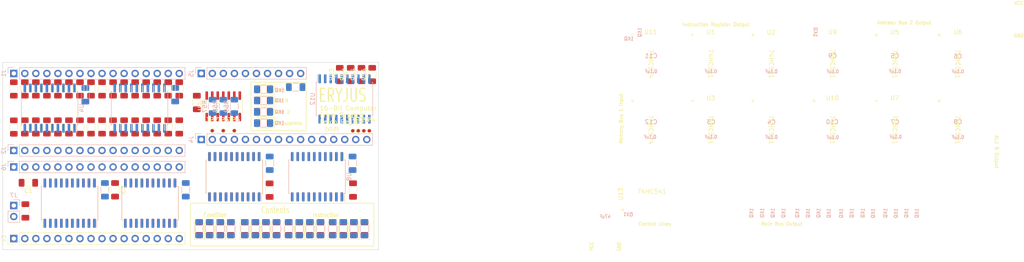
<source format=kicad_pcb>
(kicad_pcb (version 20221018) (generator pcbnew)
  (layers (0 "F.Cu" signal) (1 "In1.Cu" power "In1.Cu.GND") (2 "In2.Cu" power "In2.Cu.VCC") (31 "B.Cu" signal) (34 "B.Paste" user) (35 "F.Paste" user) (36 "B.SilkS" user "B.Silkscreen") (37 "F.SilkS" user "F.Silkscreen") (38 "B.Mask" user) (39 "F.Mask" user) (44 "Edge.Cuts" user))
  (net 0 "")
  (net 1 "VCC")
  (net 2 "GNDREF")
  (net 3 "Net-(D1-K)")
  (net 4 "Net-(D2-K)")
  (net 5 "Net-(D3-K)")
  (net 6 "Net-(D4-K)")
  (net 7 "Net-(D5-K)")
  (net 8 "Net-(D6-K)")
  (net 9 "Net-(D7-K)")
  (net 10 "Net-(D8-K)")
  (net 11 "Net-(D9-K)")
  (net 12 "Net-(D10-K)")
  (net 13 "Net-(D11-K)")
  (net 14 "Net-(D12-K)")
  (net 15 "Net-(D13-K)")
  (net 16 "Net-(D14-K)")
  (net 17 "Net-(D15-K)")
  (net 18 "Net-(D16-K)")
  (net 19 "Net-(D17-A)")
  (net 20 "Net-(D18-A)")
  (net 21 "Net-(D19-A)")
  (net 22 "Net-(D20-A)")
  (net 23 "FetchBusBit0")
  (net 24 "/InstrReg LED")
  (net 25 "/AddrBus2 LED")
  (net 26 "InstrRegBit0")
  (net 27 "InstrRegBit1")
  (net 28 "InstrRegBit2")
  (net 29 "ALUBBit0")
  (net 30 "ALUBBit1")
  (net 31 "ALUBBit2")
  (net 32 "ALUBBit3")
  (net 33 "ALUBBit4")
  (net 34 "ALUBBit5")
  (net 35 "ALUBBit6")
  (net 36 "ALUBBit7")
  (net 37 "ALUBBit8")
  (net 38 "ALUBBit9")
  (net 39 "ALUBBitA")
  (net 40 "ALUBBitB")
  (net 41 "ALUBBitC")
  (net 42 "ALUBBitD")
  (net 43 "ALUBBitE")
  (net 44 "ALUBBitF")
  (net 45 "MainBusAssert")
  (net 46 "ALUBAssert")
  (net 47 "AddrBus2Assert")
  (net 48 "AddrBus2Bit0")
  (net 49 "AddrBus2Bit1")
  (net 50 "AddrBus2Bit2")
  (net 51 "AddrBus2Bit3")
  (net 52 "AddrBus2Bit4")
  (net 53 "AddrBus2Bit5")
  (net 54 "AddrBus2Bit6")
  (net 55 "AddrBus2Bit7")
  (net 56 "AddrBus2Bit8")
  (net 57 "AddrBus2Bit9")
  (net 58 "AddrBus2BitA")
  (net 59 "AddrBus2BitB")
  (net 60 "AddrBus2BitC")
  (net 61 "AddrBus2BitD")
  (net 62 "AddrBus2BitE")
  (net 63 "AddrBus2BitF")
  (net 64 "MainBit0")
  (net 65 "MainBit1")
  (net 66 "MainBit2")
  (net 67 "MainBit3")
  (net 68 "MainBit4")
  (net 69 "MainBit5")
  (net 70 "MainBit6")
  (net 71 "MainBit7")
  (net 72 "MainBit8")
  (net 73 "MainBit9")
  (net 74 "MainBitA")
  (net 75 "MainBitB")
  (net 76 "MainBitC")
  (net 77 "MainBitD")
  (net 78 "MainBitE")
  (net 79 "MainBitF")
  (net 80 "FetchBusBit1")
  (net 81 "FetchBusBit2")
  (net 82 "FetchBusBit3")
  (net 83 "FetchBusBit4")
  (net 84 "FetchBusBit5")
  (net 85 "FetchBusBit6")
  (net 86 "FetchBusBit7")
  (net 87 "FetchBusBit8")
  (net 88 "InstrRegBit3")
  (net 89 "InstrRegBit4")
  (net 90 "InstrRegBit5")
  (net 91 "InstrRegBit6")
  (net 92 "InstrRegBit7")
  (net 93 "InstrRegBit8")
  (net 94 "InstrRegBit9")
  (net 95 "InstrRegBitA")
  (net 96 "InstrRegBitB")
  (net 97 "InstrRegBitC")
  (net 98 "InstrRegBitD")
  (net 99 "InstrRegBitE")
  (net 100 "InstrRegBitF")
  (net 101 "FetchBusBit9")
  (net 102 "/Main LED")
  (net 103 "/ALU B LED")
  (net 104 "/Bit F LED")
  (net 105 "/Bit E LED")
  (net 106 "/Bit D LED")
  (net 107 "/Bit C LED")
  (net 108 "/Bit B LED")
  (net 109 "/Bit A LED")
  (net 110 "/Bit 9 LED")
  (net 111 "/Bit 8 LED")
  (net 112 "/Bit 7 LED")
  (net 113 "/Bit 6 LED")
  (net 114 "/Bit 5 LED")
  (net 115 "/Bit 4 LED")
  (net 116 "/Bit 3 LED")
  (net 117 "/Bit 2 LED")
  (net 118 "/Bit 1 LED")
  (net 119 "/Bit 0 LED")
  (net 120 "InstrRegSuppress")
  (net 121 "FetchBusBitA")
  (net 122 "FetchBusBitB")
  (net 123 "FetchBusBitC")
  (net 124 "FetchBusBitD")
  (net 125 "FetchBusBitE")
  (net 126 "FetchBusBitF")
  (net 127 "CpuClk")
  (net 128 "~{Addr 2 Assert}")
  (net 129 "~{Main Assert}")
  (net 130 "~{ALU B Assert}")
  (net 131 "Net-(U12-A4)")
  (net 132 "Net-(U12-A5)")
  (net 133 "Net-(U12-A6)")
  (net 134 "Net-(U12-A7)")
  (net 135 "Net-(R57-Pad2)")
  (net 136 "Net-(R58-Pad2)")
  (net 137 "Net-(R59-Pad2)")
  (net 138 "/Reset")
  (net 139 "/~{RHLD}")
  (net 140 "Net-(TP7-Pad1)")
  (net 141 "Net-(TP6-Pad1)")
  (net 142 "Net-(TP5-Pad1)")
  (net 143 "Net-(U12-Y7)")
  (net 144 "Net-(U12-Y6)")
  (net 145 "Net-(U12-Y5)")
  (net 146 "Net-(U12-Y4)")
  (footprint "Resistor_SMD:R_1206_3216Metric_Pad1.30x1.75mm_HandSolder" (layer "F.Cu") (at 107.9246 35.8146 90)
    (fp_text reference "R56")
    (fp_text value "0R")
  )
  (footprint "Capacitor_SMD:C_1206_3216Metric_Pad1.33x1.80mm_HandSolder" (layer "F.Cu") (at 67.5386 42.2656 -90)
    (fp_text reference "C7")
    (fp_text value "0.1uF")
  )
  (footprint "LED_SMD:LED_1206_3216Metric_Pad1.42x1.75mm_HandSolder" (layer "F.Cu") (at 103.7082 71.374 90)
    (fp_text reference "D2")
    (fp_text value "Green")
  )
  (footprint "LED_SMD:LED_1206_3216Metric_Pad1.42x1.75mm_HandSolder" (layer "F.Cu") (at 91.1352 71.374 90)
    (fp_text reference "D7")
    (fp_text value "Green")
  )
  (footprint "eryjus:TestPoint_SMD_D0.8mm" (layer "F.Cu") (at 73.6346 48.768)
    (fp_text reference "TP6")
    (fp_text value "TestPoint")
  )
  (footprint "LED_SMD:LED_1206_3216Metric_Pad1.42x1.75mm_HandSolder" (layer "F.Cu") (at 98.8314 71.374 90)
    (fp_text reference "D4")
    (fp_text value "Green")
  )
  (footprint "LED_SMD:LED_1206_3216Metric_Pad1.42x1.75mm_HandSolder" (layer "F.Cu") (at 82.9062 39.2176 180)
    (fp_text reference "D17")
    (fp_text value "Red")
  )
  (footprint "LED_SMD:LED_1206_3216Metric_Pad1.42x1.75mm_HandSolder" (layer "F.Cu") (at 93.5736 71.374 90)
    (fp_text reference "D6")
    (fp_text value "Green")
  )
  (footprint "LED_SMD:LED_1206_3216Metric_Pad1.42x1.75mm_HandSolder" (layer "F.Cu") (at 78.5876 71.374 90)
    (fp_text reference "D12")
    (fp_text value "Green")
  )
  (footprint "eryjus:TestPoint_SMD_D0.8mm" (layer "F.Cu") (at 107.2642 48.7934)
    (fp_text reference "TP4")
    (fp_text value "TestPoint")
  )
  (footprint "Resistor_SMD:R_1206_3216Metric_Pad1.30x1.75mm_HandSolder" (layer "F.Cu") (at 25.4 47.9298 90)
    (fp_text reference "R37" hide)
    (fp_text value "10K")
  )
  (footprint "Resistor_SMD:R_1206_3216Metric_Pad1.30x1.75mm_HandSolder" (layer "F.Cu") (at 60.96 39.1414 -90)
    (fp_text reference "R22")
    (fp_text value "10K")
  )
  (footprint "LED_SMD:LED_1206_3216Metric_Pad1.42x1.75mm_HandSolder" (layer "F.Cu") (at 72.9488 71.374 90)
    (fp_text reference "D14")
    (fp_text value "Green")
  )
  (footprint "Resistor_SMD:R_1206_3216Metric_Pad1.30x1.75mm_HandSolder" (layer "F.Cu") (at 58.42 39.1414 -90)
    (fp_text reference "R23")
    (fp_text value "10K")
  )
  (footprint "Resistor_SMD:R_1206_3216Metric_Pad1.30x1.75mm_HandSolder" (layer "F.Cu") (at 45.72 39.1414 -90)
    (fp_text reference "R28" hide)
    (fp_text value "10K")
  )
  (footprint "Package_SO:SOIC-14_3.9x8.7mm_P1.27mm" (layer "F.Cu") (at 73.6346 43.1546 90)
    (fp_text reference "U7")
    (fp_text value "74HC04")
  )
  (footprint "LED_SMD:LED_1206_3216Metric_Pad1.42x1.75mm_HandSolder" (layer "F.Cu") (at 70.5104 71.374 90)
    (fp_text reference "D15")
    (fp_text value "Green")
  )
  (footprint "LED_SMD:LED_1206_3216Metric_Pad1.42x1.75mm_HandSolder" (layer "F.Cu") (at 75.3872 71.374 90)
    (fp_text reference "D13")
    (fp_text value "Green")
  )
  (footprint "Resistor_SMD:R_1206_3216Metric_Pad1.30x1.75mm_HandSolder" (layer "F.Cu") (at 48.26 47.9044 90)
    (fp_text reference "R46" hide)
    (fp_text value "10K")
  )
  (footprint "Resistor_SMD:R_1206_3216Metric_Pad1.30x1.75mm_HandSolder" (layer "F.Cu") (at 53.34 39.1414 -90)
    (fp_text reference "R25")
    (fp_text value "10K")
  )
  (footprint "Resistor_SMD:R_1206_3216Metric_Pad1.30x1.75mm_HandSolder" (layer "F.Cu") (at 40.64 47.9044 90)
    (fp_text reference "R43" hide)
    (fp_text value "10K")
  )
  (footprint "Resistor_SMD:R_1206_3216Metric_Pad1.30x1.75mm_HandSolder" (layer "F.Cu") (at 35.56 39.1414 -90)
    (fp_text reference "R32" hide)
    (fp_text value "10K")
  )
  (footprint "Capacitor_SMD:C_1206_3216Metric_Pad1.33x1.80mm_HandSolder" (layer "F.Cu") (at 84.3026 62.484 90)
    (fp_text reference "C6")
    (fp_text value "0.1uF")
  )
  (footprint "Connector_PinHeader_2.54mm:PinHeader_1x16_P2.54mm_Vertical" (layer "F.Cu") (at 25.4 73.66 90)
    (fp_text reference "J3")
    (fp_text value "FetchBusInput")
  )
  (footprint "Resistor_SMD:R_1206_3216Metric_Pad1.30x1.75mm_HandSolder" (layer "F.Cu") (at 43.18 39.1414 -90)
    (fp_text reference "R29" hide)
    (fp_text value "10K")
  )
  (footprint "LED_SMD:LED_1206_3216Metric_Pad1.42x1.75mm_HandSolder" (layer "F.Cu") (at 81.026 71.374 90)
    (fp_text reference "D11")
    (fp_text value "Green")
  )
  (footprint "Resistor_SMD:R_1206_3216Metric_Pad1.30x1.75mm_HandSolder" (layer "F.Cu") (at 48.26 39.1414 -90)
    (fp_text reference "R27" hide)
    (fp_text value "10K")
  )
  (footprint "Capacitor_SMD:C_1206_3216Metric_Pad1.33x1.80mm_HandSolder" (layer "F.Cu") (at 28.067 67.2846 -90)
    (fp_text reference "C13")
    (fp_text value "47uF")
  )
  (footprint "Resistor_SMD:R_1206_3216Metric_Pad1.30x1.75mm_HandSolder" (layer "F.Cu") (at 60.96 47.9044 90)
    (fp_text reference "R51" hide)
    (fp_text value "10K")
  )
  (footprint "Resistor_SMD:R_1206_3216Metric_Pad1.30x1.75mm_HandSolder" (layer "F.Cu") (at 40.64 39.1414 -90)
    (fp_text reference "R30" hide)
    (fp_text value "10K")
  )
  (footprint "Resistor_SMD:R_1206_3216Metric_Pad1.30x1.75mm_HandSolder" (layer "F.Cu") (at 30.48 47.9044 90)
    (fp_text reference "R39" hide)
    (fp_text value "10K")
  )
  (footprint "Capacitor_SMD:C_1206_3216Metric_Pad1.33x1.80mm_HandSolder" (layer "F.Cu") (at 48.7172 62.4078 -90)
    (fp_text reference "C2")
    (fp_text value "0.1uF")
  )
  (footprint "Resistor_SMD:R_1206_3216Metric_Pad1.30x1.75mm_HandSolder" (layer "F.Cu") (at 27.94 47.9044 90)
    (fp_text reference "R38" hide)
    (fp_text value "10K")
  )
  (footprint "Resistor_SMD:R_1206_3216Metric_Pad1.30x1.75mm_HandSolder" (layer "F.Cu") (at 63.5 39.1414 -90)
    (fp_text reference "R21")
    (fp_text value "10K")
  )
  (footprint "Resistor_SMD:R_1206_3216Metric_Pad1.30x1.75mm_HandSolder" (layer "F.Cu") (at 30.48 39.1414 -90)
    (fp_text reference "R34" hide)
    (fp_text value "10K")
  )
  (footprint "eryjus:TestPoint_SMD_D0.8mm" (layer "F.Cu") (at 71.0946 48.768)
    (fp_text reference "TP7")
    (fp_text value "TestPoint")
  )
  (footprint "LED_SMD:LED_1206_3216Metric_Pad1.42x1.75mm_HandSolder" (layer "F.Cu") (at 96.012 71.374 90)
    (fp_text reference "D5")
    (fp_text value "Green")
  )
  (footprint "LED_SMD:LED_1206_3216Metric_Pad1.42x1.75mm_HandSolder" (layer "F.Cu") (at 68.072 71.374 90)
    (fp_text reference "D16")
    (fp_text value "Green")
  )
  (footprint "Resistor_SMD:R_1206_3216Metric_Pad1.30x1.75mm_HandSolder" (layer "F.Cu") (at 50.8 39.1414 -90)
    (fp_text reference "R26" hide)
    (fp_text value "10K")
  )
  (footprint "Resistor_SMD:R_1206_3216Metric_Pad1.30x1.75mm_HandSolder" (layer "F.Cu") (at 53.34 47.9044 90)
    (fp_text reference "R48" hide)
    (fp_text value "10K")
  )
  (footprint "Capacitor_SMD:C_1206_3216Metric_Pad1.33x1.80mm_HandSolder" (layer "F.Cu") (at 103.505 62.4586 90)
    (fp_text reference "C5")
    (fp_text value "0.1uF")
  )
  (footprint "LED_SMD:LED_1206_3216Metric_Pad1.42x1.75mm_HandSolder" (layer "F.Cu") (at 88.6968 71.374 90)
    (fp_text reference "D8")
    (fp_text value "Green")
  )
  (footprint "Resistor_SMD:R_1206_3216Metric_Pad1.30x1.75mm_HandSolder" (layer "F.Cu") (at 100.457 35.814 90)
    (fp_text reference "R53")
    (fp_text value "0R")
  )
  (footprint "Resistor_SMD:R_1206_3216Metric_Pad1.30x1.75mm_HandSolder" (layer "F.Cu") (at 35.56 47.9044 90)
    (fp_text reference "R41" hide)
    (fp_text value "10K")
  )
  (footprint "Resistor_SMD:R_1206_3216Metric_Pad1.30x1.75mm_HandSolder" (layer "F.Cu") (at 58.42 47.9044 90)
    (fp_text reference "R50" hide)
    (fp_text value "10K")
  )
  (footprint "LED_SMD:LED_1206_3216Metric_Pad1.42x1.75mm_HandSolder" (layer "F.Cu") (at 83.4644 71.374 90)
    (fp_text reference "D10")
    (fp_text value "Green")
  )
  (footprint "LED_SMD:LED_1206_3216Metric_Pad1.42x1.75mm_HandSolder" (layer "F.Cu") (at 106.1466 71.374 90)
    (fp_text reference "D1")
    (fp_text value "Green")
  )
  (footprint "Resistor_SMD:R_1206_3216Metric_Pad1.30x1.75mm_HandSolder" (layer "F.Cu") (at 27.94 39.1414 -90)
    (fp_text reference "R35" hide)
    (fp_text value "10K")
  )
  (footprint "eryjus:TestPoint_SMD_D0.8mm" (layer "F.Cu") (at 76.1746 48.768)
    (fp_text reference "TP5")
    (fp_text value "TestPoint")
  )
  (footprint "Resistor_SMD:R_1206_3216Metric_Pad1.30x1.75mm_HandSolder" (layer "F.Cu") (at 105.4608 35.814 90)
    (fp_text reference "R55")
    (fp_text value "0R")
  )
  (footprint "LED_SMD:LED_1206_3216Metric_Pad1.42x1.75mm_HandSolder" (layer "F.Cu") (at 85.9028 71.374 90)
    (fp_text reference "D9")
    (fp_text value "Green")
  )
  (footprint "Package_SO:SOIC-20W_7.5x12.8mm_P1.27mm" (layer "F.Cu") (at 95.2246 59.3852 -90)
    (fp_text reference "U5")
    (fp_text value "74HC574")
  )
  (footprint "Resistor_SMD:R_1206_3216Metric_Pad1.30x1.75mm_HandSolder" (layer "F.Cu") (at 63.5 47.9044 90)
    (fp_text reference "R52" hide)
    (fp_text value "10K")
  )
  (footprint "Resistor_SMD:R_1206_3216Metric_Pad1.30x1.75mm_HandSolder" (layer "F.Cu") (at 55.88 39.1414 -90)
    (fp_text reference "R24")
    (fp_text value "10K")
  )
  (footprint "LED_SMD:LED_1206_3216Metric_Pad1.42x1.75mm_HandSolder" (layer "F.Cu") (at 82.9062 44.4246 180)
    (fp_text reference "D19")
    (fp_text value "Red")
  )
  (footprint "LED_SMD:LED_1206_3216Metric_Pad1.42x1.75mm_HandSolder" (layer "F.Cu") (at 82.9062 47.0154 180)
    (fp_text reference "D20")
    (fp_text value "Red")
  )
  (footprint "Resistor_SMD:R_1206_3216Metric_Pad1.30x1.75mm_HandSolder" (layer "F.Cu") (at 50.8 47.9044 90)
    (fp_text reference "R47" hide)
    (fp_text value "10K")
  )
  (footprint "Capacitor_SMD:C_1206_3216Metric_Pad1.33x1.80mm_HandSolder" (layer "F.Cu") (at 28.7528 60.7822 180)
    (fp_text reference "C1")
    (fp_text value "0.1uF")
  )
  (footprint "Resistor_SMD:R_1206_3216Metric_Pad1.30x1.75mm_HandSolder" (layer "F.Cu") (at 33.02 47.9044 90)
    (fp_text reference "R40" hide)
    (fp_text value "10K")
  )
  (footprint "Package_SO:SOIC-20W_7.5x12.8mm_P1.27mm" (layer "F.Cu") (at 38.2524 65.4812 90)
    (fp_text reference "U1")
    (fp_text value "74HC574")
  )
  (footprint "Resistor_SMD:R_1206_3216Metric_Pad1.30x1.75mm_HandSolder" (layer "F.Cu") (at 45.72 47.9044 90)
    (fp_text reference "R45" hide)
    (fp_text value "10K")
  )
  (footprint "LED_SMD:LED_1206_3216Metric_Pad1.42x1.75mm_HandSolder" (layer "F.Cu") (at 82.9062 41.8084 180)
    (fp_text reference "D18")
    (fp_text value "Red")
  )
  (footprint "Resistor_SMD:R_1206_3216Metric_Pad1.30x1.75mm_HandSolder" (layer "F.Cu") (at 102.9716 35.814 90)
    (fp_text reference "R54")
    (fp_text value "0R")
  )
  (footprint "Package_SO:SOIC-20W_7.5x12.8mm_P1.27mm" (layer "F.Cu") (at 56.7944 65.4812 90)
    (fp_text reference "U2")
    (fp_text value "74HC574")
  )
  (footprint "eryjus:TestPoint_SMD_D0.8mm" (layer "F.Cu") (at 103.4542 48.7934)
    (fp_text reference "TP1")
    (fp_text value "TestPoint")
  )
  (footprint "Resistor_SMD:R_1206_3216Metric_Pad1.30x1.75mm_HandSolder" (layer "F.Cu") (at 33.02 39.1414 -90)
    (fp_text reference "R33" hide)
    (fp_text value "10K")
  )
  (footprint "Resistor_SMD:R_1206_3216Metric_Pad1.30x1.75mm_HandSolder" (layer "F.Cu") (at 55.88 47.9044 90)
    (fp_text reference "R49" hide)
    (fp_text value "10K")
  )
  (footprint "Resistor_SMD:R_1206_3216Metric_Pad1.30x1.75mm_HandSolder" (layer "F.Cu") (at 43.18 47.9044 90)
    (fp_text reference "R44" hide)
    (fp_text value "10K")
  )
  (footprint "eryjus:TestPoint_SMD_D0.8mm" (layer "F.Cu") (at 105.9942 48.7934)
    (fp_text reference "TP3")
    (fp_text value "TestPoint")
  )
  (footprint "Resistor_SMD:R_1206_3216Metric_Pad1.30x1.75mm_HandSolder" (layer "F.Cu") (at 38.1 47.9044 90)
    (fp_text reference "R42" hide)
    (fp_text value "10K")
  )
  (footprint "Package_SO:SOIC-20W_7.5x12.8mm_P1.27mm" (layer "F.Cu") (at 76.1746 59.3852 -90)
    (fp_text reference "U6")
    (fp_text value "74HC574")
  )
  (footprint "LED_SMD:LED_1206_3216Metric_Pad1.42x1.75mm_HandSolder" (layer "F.Cu") (at 101.2698 71.374 90)
    (fp_text reference "D3")
    (fp_text value "Green")
  )
  (footprint "Resistor_SMD:R_1206_3216Metric_Pad1.30x1.75mm_HandSolder" (layer "F.Cu") (at 25.4 39.1414 -90)
    (fp_text reference "R36" hide)
    (fp_text value "10K")
  )
  (footprint "eryjus:TestPoint_SMD_D0.8mm" (layer "F.Cu") (at 104.7242 48.7934)
    (fp_text reference "TP2")
    (fp_text value "TestPoint")
  )
  (footprint "Resistor_SMD:R_1206_3216Metric_Pad1.30x1.75mm_HandSolder" (layer "F.Cu") (at 38.1 39.1414 -90)
    (fp_text reference "R31" hide)
    (fp_text value "10K")
  )
  (footprint "Capacitor_SMD:C_1206_3216Metric_Pad1.33x1.80mm_HandSolder" (layer "B.Cu") (at 46.3804 62.4078 -90)
    (fp_text reference "C11")
    (fp_text value "0.1uF")
  )
  (footprint "Resistor_SMD:R_1206_3216Metric_Pad1.30x1.75mm_HandSolder" (layer "B.Cu") (at 68.072 71.374 -90)
    (fp_text reference "R16")
    (fp_text value "1K")
  )
  (footprint "Resistor_SMD:R_1206_3216Metric_Pad1.30x1.75mm_HandSolder" (layer "B.Cu") (at 82.9062 44.4246 180)
    (fp_text reference "R19")
    (fp_text value "1K")
  )
  (footprint "Resistor_SMD:R_1206_3216Metric_Pad1.30x1.75mm_HandSolder" (layer "B.Cu") (at 81.026 71.374 -90)
    (fp_text reference "R11")
    (fp_text value "1K")
  )
  (footprint "Resistor_SMD:R_1206_3216Metric_Pad1.30x1.75mm_HandSolder" (layer "B.Cu") (at 72.9488 71.374 -90)
    (fp_text reference "R14")
    (fp_text value "1K")
  )
  (footprint "Package_SO:SOIC-20W_7.5x12.8mm_P1.27mm" (layer "B.Cu") (at 54.356 43.561 90)
    (fp_text reference "U3")
    (fp_text value "74HC574")
  )
  (footprint "Resistor_SMD:R_1206_3216Metric_Pad1.30x1.75mm_HandSolder" (layer "B.Cu") (at 96.012 71.374 -90)
    (fp_text reference "R5")
    (fp_text value "1K")
  )
  (footprint "Resistor_SMD:R_1206_3216Metric_Pad1.30x1.75mm_HandSolder" (layer "B.Cu") (at 98.8314 71.374 -90)
    (fp_text reference "R4")
    (fp_text value "1K")
  )
  (footprint "Capacitor_SMD:C_1206_3216Metric_Pad1.33x1.80mm_HandSolder" (layer "B.Cu") (at 62.5602 40.4622 -90)
    (fp_text reference "C3")
    (fp_text value "0.1uF")
  )
  (footprint "Resistor_SMD:R_1206_3216Metric_Pad1.30x1.75mm_HandSolder" (layer "B.Cu") (at 73.6346 43.1546 -90)
    (fp_text reference "R58")
    (fp_text value "0R")
  )
  (footprint "Package_SO:SOIC-20W_7.5x12.8mm_P1.27mm" (layer "B.Cu") (at 38.2524 65.4812 90)
    (fp_text reference "U11")
    (fp_text value "74HC574")
  )
  (footprint "Resistor_SMD:R_1206_3216Metric_Pad1.30x1.75mm_HandSolder" (layer "B.Cu") (at 75.3872 71.374 -90)
    (fp_text reference "R13")
    (fp_text value "1K")
  )
  (footprint "Capacitor_SMD:C_1206_3216Metric_Pad1.33x1.80mm_HandSolder" (layer "B.Cu") (at 103.4034 56.2864 -90)
    (fp_text reference "C8")
    (fp_text value "0.1uF")
  )
  (footprint "Resistor_SMD:R_1206_3216Metric_Pad1.30x1.75mm_HandSolder" (layer "B.Cu") (at 91.1352 71.374 -90)
    (fp_text reference "R7")
    (fp_text value "1K")
  )
  (footprint "Resistor_SMD:R_1206_3216Metric_Pad1.30x1.75mm_HandSolder" (layer "B.Cu") (at 101.2698 71.374 -90)
    (fp_text reference "R3")
    (fp_text value "1K")
  )
  (footprint "Package_SO:SOIC-20W_7.5x12.8mm_P1.27mm" (layer "B.Cu") (at 95.2246 59.3852 90)
    (fp_text reference "U8")
    (fp_text value "74HC574")
  )
  (footprint "Capacitor_SMD:C_1206_3216Metric_Pad1.33x1.80mm_HandSolder" (layer "B.Cu") (at 84.328 56.2864 -90)
    (fp_text reference "C9")
    (fp_text value "0.1uF")
  )
  (footprint "Connector_PinHeader_2.54mm:PinHeader_1x16_P2.54mm_Vertical" (layer "B.Cu") (at 25.4 53.34 -90)
    (fp_text reference "J2")
    (fp_text value "ALU Bus B")
  )
  (footprint "Resistor_SMD:R_1206_3216Metric_Pad1.30x1.75mm_HandSolder" (layer "B.Cu") (at 106.1466 71.374 -90)
    (fp_text reference "R1")
    (fp_text value "1K")
  )
  (footprint "Connector_PinHeader_2.54mm:PinHeader_1x10_P2.54mm_Vertical" (layer "B.Cu") (at 68.58 35.56 -90)
    (fp_text reference "J5")
    (fp_text value "Control Signals")
  )
  (footprint "Resistor_SMD:R_1206_3216Metric_Pad1.30x1.75mm_HandSolder" (layer "B.Cu") (at 93.5736 71.374 -90)
    (fp_text reference "R6")
    (fp_text value "1K")
  )
  (footprint "Connector_PinHeader_2.54mm:PinHeader_1x02_P2.54mm_Vertical" (layer "B.Cu") (at 25.4 66.04 180)
    (fp_text reference "J7")
    (fp_text value "Power")
  )
  (footprint "Capacitor_SMD:C_1206_3216Metric_Pad1.33x1.80mm_HandSolder" (layer "B.Cu") (at 64.9986 62.4078 -90)
    (fp_text reference "C10")
    (fp_text value "0.1uF")
  )
  (footprint "Package_SO:SOIC-20W_7.5x12.8mm_P1.27mm" (layer "B.Cu") (at 101.5492 41.4528 -90)
    (fp_text reference "U12")
    (fp_text value "74HC541")
  )
  (footprint "Resistor_SMD:R_1206_3216Metric_Pad1.30x1.75mm_HandSolder" (layer "B.Cu") (at 82.9062 39.2176 180)
    (fp_text reference "R17")
    (fp_text value "1K")
  )
  (footprint "Capacitor_SMD:C_1206_3216Metric_Pad1.33x1.80mm_HandSolder" (layer "B.Cu") (at 41.8846 40.4876 -90)
    (fp_text reference "C4")
    (fp_text value "0.1uF")
  )
  (footprint "Connector_PinHeader_2.54mm:PinHeader_1x16_P2.54mm_Vertical" (layer "B.Cu") (at 25.4 57.15 -90)
    (fp_text reference "J6")
    (fp_text value "Address Bus 2")
  )
  (footprint "Resistor_SMD:R_1206_3216Metric_Pad1.30x1.75mm_HandSolder" (layer "B.Cu") (at 88.6968 71.374 -90)
    (fp_text reference "R8")
    (fp_text value "1K")
  )
  (footprint "Connector_PinHeader_2.54mm:PinHeader_1x16_P2.54mm_Vertical" (layer "B.Cu") (at 25.4 35.56 -90)
    (fp_text reference "J1")
    (fp_text value "InstrRegInput")
  )
  (footprint "Package_SO:SOIC-20W_7.5x12.8mm_P1.27mm" (layer "B.Cu") (at 33.655 43.561 90)
    (fp_text reference "U4")
    (fp_text value "74HC574")
  )
  (footprint "Resistor_SMD:R_1206_3216Metric_Pad1.30x1.75mm_HandSolder" (layer "B.Cu") (at 85.9028 71.374 -90)
    (fp_text reference "R9")
    (fp_text value "1K")
  )
  (footprint "Capacitor_SMD:C_1206_3216Metric_Pad1.33x1.80mm_HandSolder" (layer "B.Cu") (at 90.297 38.7096)
    (fp_text reference "C12")
    (fp_text value "47uF")
  )
  (footprint "Resistor_SMD:R_1206_3216Metric_Pad1.30x1.75mm_HandSolder" (layer "B.Cu") (at 82.9062 47.0154 180)
    (fp_text reference "R20" hide)
    (fp_text value "1K")
  )
  (footprint "Resistor_SMD:R_1206_3216Metric_Pad1.30x1.75mm_HandSolder" (layer "B.Cu") (at 78.5876 71.374 -90)
    (fp_text reference "R12")
    (fp_text value "1K")
  )
  (footprint "Resistor_SMD:R_1206_3216Metric_Pad1.30x1.75mm_HandSolder" (layer "B.Cu") (at 82.9062 41.8084 180)
    (fp_text reference "R18")
    (fp_text value "1K")
  )
  (footprint "Resistor_SMD:R_1206_3216Metric_Pad1.30x1.75mm_HandSolder" (layer "B.Cu") (at 83.4644 71.374 -90)
    (fp_text reference "R10")
    (fp_text value "1K")
  )
  (footprint "Resistor_SMD:R_1206_3216Metric_Pad1.30x1.75mm_HandSolder" (layer "B.Cu") (at 70.5104 71.374 -90)
    (fp_text reference "R15")
    (fp_text value "1K")
  )
  (footprint "Resistor_SMD:R_1206_3216Metric_Pad1.30x1.75mm_HandSolder" (layer "B.Cu") (at 103.7082 71.374 -90)
    (fp_text reference "R2")
    (fp_text value "1K")
  )
  (footprint "Connector_PinHeader_2.54mm:PinHeader_1x16_P2.54mm_Vertical" (layer "B.Cu") (at 68.58 50.8 -90)
    (fp_text reference "J4")
    (fp_text value "Main Bus")
  )
  (footprint "Package_SO:SOIC-20W_7.5x12.8mm_P1.27mm" (layer "B.Cu") (at 76.1746 59.3852 90)
    (fp_text reference "U9")
    (fp_text value "74HC574")
  )
  (footprint "Resistor_SMD:R_1206_3216Metric_Pad1.30x1.75mm_HandSolder" (layer "B.Cu") (at 76.1746 43.1546 -90)
    (fp_text reference "R59")
    (fp_text value "0R")
  )
  (footprint "Resistor_SMD:R_1206_3216Metric_Pad1.30x1.75mm_HandSolder" (layer "B.Cu") (at 71.1708 43.1546 -90)
    (fp_text reference "R57")
    (fp_text value "0R")
  )
  (footprint "Package_SO:SOIC-20W_7.5x12.8mm_P1.27mm" (layer "B.Cu") (at 56.7944 65.4812 90)
    (fp_text reference "U10")
    (fp_text value "74HC574")
  )
  (gr_rect (start 66.0654 65.5066) (end 108.3056 75.3872) (stroke (width 0.153)) (fill none) (layer "F.SilkS"))
  (gr_circle (center 181.673952 41.8846) (end 181.873952 41.8846) (stroke (width 0.153)) (fill none) (layer "F.SilkS"))
  (gr_circle (center 209.690048 41.8846) (end 209.890048 41.8846) (stroke (width 0.153)) (fill none) (layer "F.SilkS"))
  (gr_circle (center 181.648552 26.67) (end 181.848552 26.67) (stroke (width 0.153)) (fill none) (layer "F.SilkS"))
  (gr_circle (center 165.6211 67.0306) (end 165.6211 66.8306) (stroke (width 0.153)) (fill none) (layer "F.SilkS"))
  (gr_circle (center 209.690048 26.6954) (end 209.890048 26.6954) (stroke (width 0.153)) (fill none) (layer "F.SilkS"))
  (gr_rect (start 80.0227 37.592) (end 92.7227 48.7426) (stroke (width 0.153)) (fill none) (layer "F.SilkS"))
  (gr_circle (center 195.5913 26.6954) (end 195.7913 26.6954) (stroke (width 0.153)) (fill none) (layer "F.SilkS"))
  (gr_circle (center 167.8835 41.8846) (end 168.0835 41.8846) (stroke (width 0.153)) (fill none) (layer "F.SilkS"))
  (gr_circle (center 238.4973 26.6954) (end 238.6973 26.6954) (stroke (width 0.153)) (fill none) (layer "F.SilkS"))
  (gr_circle (center 195.5931 41.8846) (end 195.5931 41.6846) (stroke (width 0.153)) (fill none) (layer "F.SilkS"))
  (gr_circle (center 224.0157 26.7208) (end 224.2157 26.7208) (stroke (width 0.153)) (fill none) (layer "F.SilkS"))
  (gr_circle (center 238.4955 41.91) (end 238.6955 41.91) (stroke (width 0.153)) (fill none) (layer "F.SilkS"))
  (gr_circle (center 167.8581 26.67) (end 168.0581 26.67) (stroke (width 0.153)) (fill none) (layer "F.SilkS"))
  (gr_circle (center 224.0429 41.8846) (end 224.2429 41.8846) (stroke (width 0.153)) (fill none) (layer "F.SilkS"))
  (gr_rect (start 22.86 33.02) (end 109.38 76.2) (stroke (width 0.1)) (fill none) (layer "Edge.Cuts"))
  (gr_text "1KΩ" (at 200.1651 67.7672 90) (layer "B.SilkS") (effects (font (size 0.8 0.7) (thickness 0.153)) (justify mirror)))
  (gr_text "1KΩ" (at 85.3948 39.4462) (layer "B.SilkS") (effects (font (size 0.8 0.7) (thickness 0.153)) (justify right mirror)))
  (gr_text "1KΩ" (at 210.7061 67.7672 90) (layer "B.SilkS") (effects (font (size 0.8 0.7) (thickness 0.153)) (justify mirror)))
  (gr_text "1KΩ" (at 197.7267 67.7418 90) (layer "B.SilkS") (effects (font (size 0.8 0.7) (thickness 0.153)) (justify mirror)))
  (gr_text "1KΩ" (at 228.5369 67.8434 90) (layer "B.SilkS") (effects (font (size 0.8 0.7) (thickness 0.153)) (justify mirror)))
  (gr_text "1KΩ" (at 85.3662 41.8084) (layer "B.SilkS") (effects (font (size 0.8 0.7) (thickness 0.153)) (justify right mirror)))
  (gr_text "1KΩ" (at 230.9245 67.7926 90) (layer "B.SilkS") (effects (font (size 0.8 0.7) (thickness 0.153)) (justify mirror)))
  (gr_text "1KΩ" (at 215.9131 67.818 90) (layer "B.SilkS") (effects (font (size 0.8 0.7) (thickness 0.153)) (justify mirror)))
  (gr_text "C10" (at 213.855648 46.736) (layer "B.SilkS") (effects (font (size 1 1)) (justify mirror)))
  (gr_text "C11" (at 172.1489 31.496) (layer "B.SilkS") (effects (font (size 1 1)) (justify mirror)))
  (gr_text "1KΩ" (at 85.3916 44.4246) (layer "B.SilkS") (effects (font (size 0.8 0.7) (thickness 0.153)) (justify right mirror)))
  (gr_text "1KΩ" (at 213.0683 67.818 90) (layer "B.SilkS") (effects (font (size 0.8 0.7) (thickness 0.153)) (justify mirror)))
  (gr_text "1KΩ" (at 226.0985 67.7926 90) (layer "B.SilkS") (effects (font (size 0.8 0.7) (thickness 0.153)) (justify mirror)))
  (gr_text "C6" (at 242.7645 31.5976) (layer "B.SilkS") (effects (font (size 1 1)) (justify mirror)))
  (gr_text "0.1uF" (at 185.8649 35.0774) (layer "B.SilkS") (effects (font (size 0.8 0.7) (thickness 0.153)) (justify mirror)))
  (gr_text "1KΩ" (at 202.6289 67.7672 90) (layer "B.SilkS") (effects (font (size 0.8 0.7) (thickness 0.153)) (justify mirror)))
  (gr_text "0.1uF" (at 213.9319 35.1028) (layer "B.SilkS") (effects (font (size 0.8 0.7) (thickness 0.153)) (justify mirror)))
  (gr_text "C12" (at 172.1489 46.736) (layer "B.SilkS") (effects (font (size 1 1)) (justify mirror)))
  (gr_text "C9" (at 213.931848 31.4706) (layer "B.SilkS") (effects (font (size 1 1)) (justify mirror)))
  (gr_text "C5" (at 228.2829 31.496) (layer "B.SilkS") (effects (font (size 1 1)) (justify mirror)))
  (gr_text "1KΩ" (at 223.2537 67.8434 90) (layer "B.SilkS") (effects (font (size 0.8 0.7) (thickness 0.153)) (justify mirror)))
  (gr_text "0.1uF" (at 242.7355 35.1028) (layer "B.SilkS") (effects (font (size 0.8 0.7) (thickness 0.153)) (justify mirror)))
  (gr_text "1KΩ" (at 205.8039 67.7672 90) (layer "B.SilkS") (effects (font (size 0.8 0.7) (thickness 0.153)) (justify mirror)))
  (gr_text "C3" (at 185.9665 46.736) (layer "B.SilkS") (effects (font (size 1 1)) (justify mirror)))
  (gr_text "0.1uF" (at 199.8095 35.1028) (layer "B.SilkS") (effects (font (size 0.8 0.7) (thickness 0.153)) (justify mirror)))
  (gr_text "0.1uF" (at 172.0981 35.0774) (layer "B.SilkS") (effects (font (size 0.8 0.7) (thickness 0.153)) (justify mirror)))
  (gr_text "1KΩ" (at 220.8915 67.7672 90) (layer "B.SilkS") (effects (font (size 0.8 0.7) (thickness 0.153)) (justify mirror)))
  (gr_text "0.1uF" (at 242.7609 50.2666) (layer "B.SilkS") (effects (font (size 0.8 0.7) (thickness 0.153)) (justify mirror)))
  (gr_text "1KΩ" (at 233.3375 67.818 90) (layer "B.SilkS") (effects (font (size 0.8 0.7) (thickness 0.153)) (justify mirror)))
  (gr_text "0.1uF" (at 228.2811 35.052) (layer "B.SilkS") (effects (font (size 0.8 0.7) (thickness 0.153)) (justify mirror)))
  (gr_text "0.1uF" (at 171.8949 50.2158) (layer "B.SilkS") (effects (font (size 0.8 0.7) (thickness 0.153)) (justify mirror)))
  (gr_text "0.1uF" (at 185.8903 50.2158) (layer "B.SilkS") (effects (font (size 0.8 0.7) (thickness 0.153)) (justify mirror)))
  (gr_text "1KΩ" (at 218.3515 67.7926 90) (layer "B.SilkS") (effects (font (size 0.8 0.7) (thickness 0.153)) (justify mirror)))
  (gr_text "1KΩ" (at 195.2375 67.7672 90) (layer "B.SilkS") (effects (font (size 0.8 0.7) (thickness 0.153)) (justify mirror)))
  (gr_text "1KΩ" (at 166.8911 68.0466 180) (layer "B.SilkS") (effects (font (size 0.8 0.7) (thickness 0.153)) (justify mirror)))
  (gr_text "1KΩ" (at 169.5327 26.0858 90) (layer "B.SilkS") (effects (font (size 0.8 0.7) (thickness 0.153)) (justify mirror)))
  (gr_text "1KΩ" (at 208.2931 67.7926 90) (layer "B.SilkS") (effects (font (size 0.8 0.7) (thickness 0.153)) (justify mirror)))
  (gr_text "C8" (at 242.7881 46.7106) (layer "B.SilkS") (effects (font (size 1 1)) (justify mirror)))
  (gr_text "1KΩ" (at 167.0181 27.559) (layer "B.SilkS") (effects (font (size 0.8 0.7) (thickness 0.153)) (justify mirror)))
  (gr_text "0.1uF" (at 228.4099 50.1904) (layer "B.SilkS") (effects (font (size 0.8 0.7) (thickness 0.153)) (justify mirror)))
  (gr_text "47uF" (at 161.5571 68.58) (layer "B.SilkS") (effects (font (size 0.8 0.7) (thickness 0.153)) (justify mirror)))
  (gr_text "1KΩ" (at 85.3662 47.0154) (layer "B.SilkS") (effects (font (size 0.8 0.7) (thickness 0.153)) (justify right mirror)))
  (gr_text "0.1uF" (at 199.8349 50.2412) (layer "B.SilkS") (effects (font (size 0.8 0.7) (thickness 0.153)) (justify mirror)))
  (gr_text "C4" (at 199.8603 46.7868) (layer "B.SilkS") (effects (font (size 1 1)) (justify mirror)))
  (gr_text "C7" (at 228.3101 46.7614) (layer "B.SilkS") (effects (font (size 1 1)) (justify mirror)))
  (gr_text "0.1uF" (at 213.9319 50.292) (layer "B.SilkS") (effects (font (size 0.8 0.7) (thickness 0.153)) (justify mirror)))
  (gr_text "1KΩ" (at 210.0203 26.0096 -90) (layer "B.SilkS") (effects (font (size 0.8 0.7) (thickness 0.153)) (justify mirror)))
  (gr_text "ERYJUS" (at 101.092 40.6146) (layer "F.SilkS") (effects (font (size 3 2) (thickness 0.3))))
  (gr_text "U11" (at 172.0473 25.9842) (layer "F.SilkS") (effects (font (size 1 1))))
  (gr_text "U13" (at 165.1385 63.373 90) (layer "F.SilkS") (effects (font (size 1 1))))
  (gr_text "U6" (at 242.7899 26.0096) (layer "F.SilkS") (effects (font (size 1 1))))
  (gr_text "U10" (at 213.906448 41.2496) (layer "F.SilkS") (effects (font (size 1 1))))
  (gr_text "74HC574" (at 172.0981 33.3248 270) (layer "F.SilkS") (effects (font (size 1 1))))
  (gr_text "74HC541" (at 228.2829 33.3502 270) (layer "F.SilkS") (effects (font (size 1 1))))
  (gr_text "Condition" (at 71.755 68.199) (layer "F.SilkS") (effects (font (size 1 0.75) (thickness 0.153))))
  (gr_text "U7" (at 228.2339 41.2242) (layer "F.SilkS") (effects (font (size 1 1))))
  (gr_text "GND" (at 256.8071 26.8478) (layer "F.SilkS") (effects (font (size 0.8 0.7) (thickness 0.153))))
  (gr_text "74HC574" (at 172.0981 48.5394 270) (layer "F.SilkS") (effects (font (size 1 1))))
  (gr_text "Instruction Register Output" (at 187.0587 24.257) (layer "F.SilkS") (effects (font (size 0.8 0.75) (thickness 0.153))))
  (gr_text "74HC541" (at 199.8095 33.3502 270) (layer "F.SilkS") (effects (font (size 1 1))))
  (gr_text "74HC541" (at 242.7355 48.5648 270) (layer "F.SilkS") (effects (font (size 1 1))))
  (gr_text "U5" (at 228.2321 26.035) (layer "F.SilkS") (effects (font (size 1 1))))
  (gr_text "U2" (at 199.7587 26.1112) (layer "F.SilkS") (effects (font (size 1 1))))
  (gr_text "74HC541" (at 213.9319 33.3502 270) (layer "F.SilkS") (effects (font (size 1 1))))
  (gr_text "74HC541" (at 172.2759 62.8106) (layer "F.SilkS") (effects (font (size 1 1))))
  (gr_text "ALU B Output" (at 251.7271 53.6448 270) (layer "F.SilkS") (effects (font (size 0.8 0.75) (thickness 0.153))))
  (gr_text "Main Bus Output" (at 202.2225 70.2564) (layer "F.SilkS") (effects (font (size 0.8 0.75) (thickness 0.153))))
  (gr_text "U9" (at 213.906448 26.035) (layer "F.SilkS") (effects (font (size 1 1))))
  (gr_text "ALU B" (at 85.3662 41.8084) (layer "F.SilkS") (effects (font (size 0.8 0.7) (thickness 0.153)) (justify left)))
  (gr_text "Instruction" (at 97.282 68.199) (layer "F.SilkS") (effects (font (size 1 0.75) (thickness 0.153))))
  (gr_text "GND" (at 164.7829 75.5396 90) (layer "F.SilkS") (effects (font (size 0.8 0.7) (thickness 0.153))))
  (gr_text "Address Bus 2 Output" (at 230.4165 23.8506) (layer "F.SilkS") (effects (font (size 0.8 0.75) (thickness 0.153))))
  (gr_text "Fetch Register" (at 95.7326 46.736) (layer "F.SilkS") (effects (font (size 1 1)) (justify left)))
  (gr_text "74HC541" (at 185.8903 48.5394 -90) (layer "F.SilkS") (effects (font (size 1 1))))
  (gr_text "Addr 2" (at 85.3662 44.4246) (layer "F.SilkS") (effects (font (size 0.8 0.7) (thickness 0.153)) (justify left)))
  (gr_text "VCC" (at 158.4329 75.4634 90) (layer "F.SilkS") (effects (font (size 0.8 0.7) (thickness 0.153))))
  (gr_text "IR Suppress" (at 85.3662 47.0154) (layer "F.SilkS") (effects (font (size 0.8 0.7) (thickness 0.153)) (justify left)))
  (gr_text "16-Bit Computer \nFrom Scratch" (at 95.758 44.3992) (layer "F.SilkS") (effects (font (size 1 1)) (justify left)))
  (gr_text "74HC541" (at 213.9319 48.5394 270) (layer "F.SilkS") (effects (font (size 1 1))))
  (gr_text "Main" (at 85.3662 39.2176) (layer "F.SilkS") (effects (font (size 0.8 0.7) (thickness 0.153)) (justify left)))
  (gr_text "U1" (at 185.8903 26.0604) (layer "F.SilkS") (effects (font (size 1 1))))
  (gr_text "74HC541" (at 199.8095 48.5394 -90) (layer "F.SilkS") (effects (font (size 1 1))))
  (gr_text "Control Lines" (at 173.0125 70.2818) (layer "F.SilkS") (effects (font (size 0.8 0.75) (thickness 0.153))))
  (gr_text "Contents" (at 85.598 67.056) (layer "F.SilkS") (effects (font (size 1.5 1) (thickness 0.153))))
  (gr_text "74HC541" (at 228.2829 48.5394 270) (layer "F.SilkS") (effects (font (size 1 1))))
  (gr_text "VCC" (at 256.8071 19.3548) (layer "F.SilkS") (effects (font (size 0.8 0.7) (thickness 0.153))))
  (gr_text "Memory Bus 1 Input" (at 165.2147 46.0248 90) (layer "F.SilkS") (effects (font (size 0.8 0.75) (thickness 0.153))))
  (gr_text "74HC541" (at 185.8649 33.3248 270) (layer "F.SilkS") (effects (font (size 1 1))))
  (gr_text "74HC541" (at 242.7355 33.3502 270) (layer "F.SilkS") (effects (font (size 1 1))))
  (gr_text "(v2.0)" (at 100.3046 48.387) (layer "F.SilkS") (effects (font (size 0.8 0.7) (thickness 0.153)) (justify right)))
  (gr_text "U3" (at 185.8903 41.275) (layer "F.SilkS") (effects (font (size 1 1))))
)
</source>
